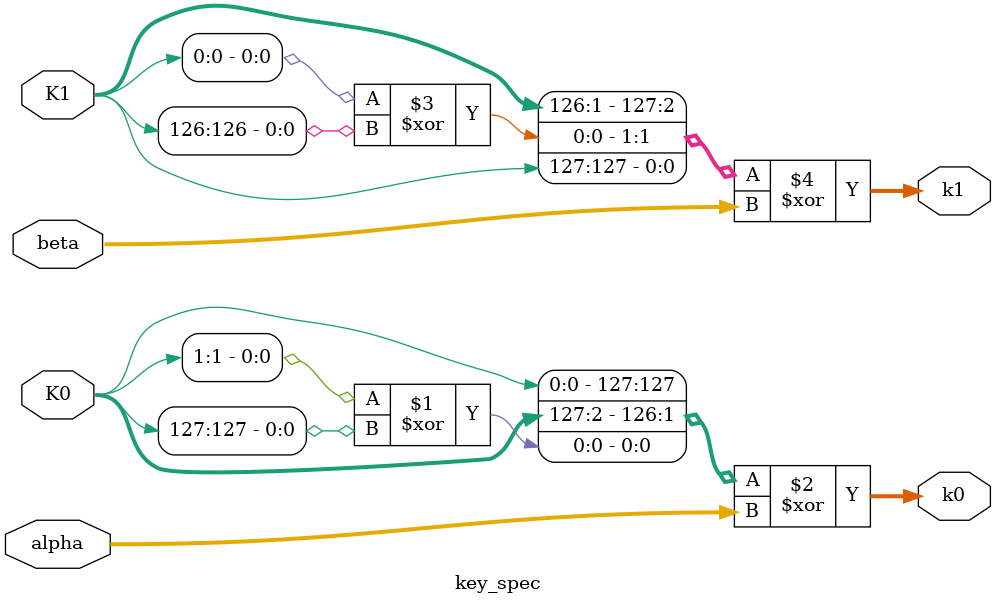
<source format=v>

module key_spec
    (
        input wire [127:0] K0,
        input wire [127:0] K1,
        input wire [127:0] alpha,
        input wire [127:0] beta,
        output wire [127:0] k0,
        output wire [127:0] k1
    );
        localparam n =128;
        assign k0 = {K0[0], K0[n-1:2], K0[1] ^ K0[n-1]} ^ alpha;
        assign k1 = {K1[n-2:1], K1[0] ^ K1[n-2] ,K1[n-1]} ^ beta;
    
endmodule

</source>
